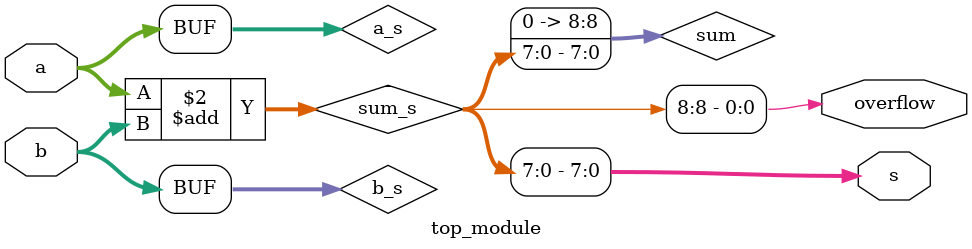
<source format=sv>
module top_module (
    input [7:0] a,
    input [7:0] b,
    output [7:0] s,
    output overflow
);

    reg [8:0] sum;
    reg signed [7:0] a_s, b_s;
    reg signed [8:0] sum_s;

    always @(*) begin
        a_s = a;
        b_s = b;
        sum_s = a_s + b_s;
        sum = sum_s[7:0];
        overflow = (sum_s[8] == 1);
    end

    assign s = sum;

endmodule

</source>
